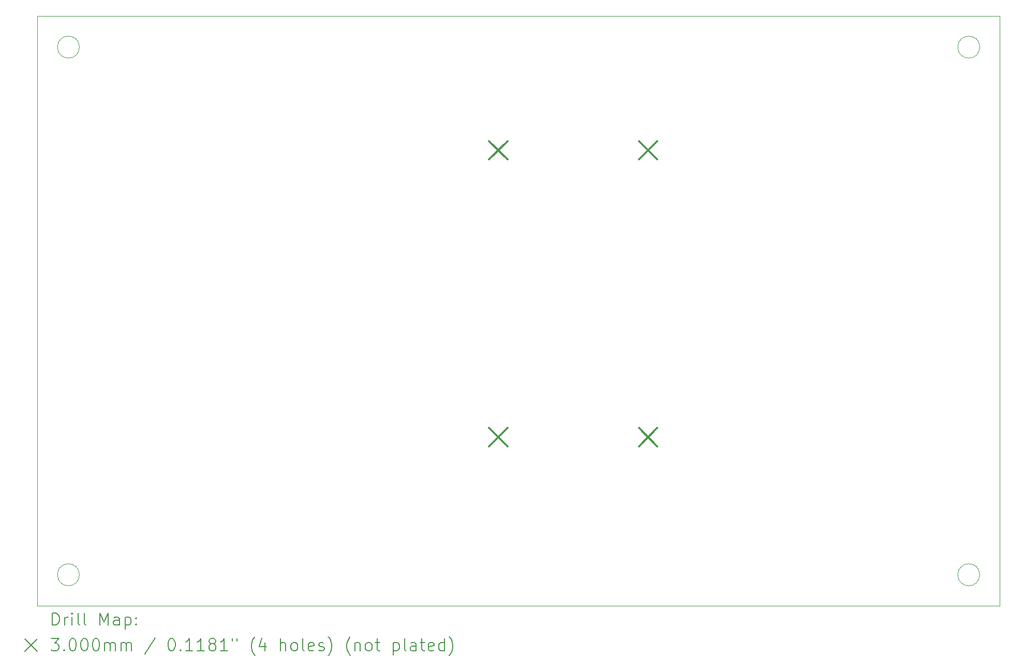
<source format=gbr>
%TF.GenerationSoftware,KiCad,Pcbnew,7.0.1-3b83917a11~171~ubuntu20.04.1*%
%TF.CreationDate,2023-03-12T14:12:25+01:00*%
%TF.ProjectId,fluidnc-bob,666c7569-646e-4632-9d62-6f622e6b6963,rev?*%
%TF.SameCoordinates,Original*%
%TF.FileFunction,Drillmap*%
%TF.FilePolarity,Positive*%
%FSLAX45Y45*%
G04 Gerber Fmt 4.5, Leading zero omitted, Abs format (unit mm)*
G04 Created by KiCad (PCBNEW 7.0.1-3b83917a11~171~ubuntu20.04.1) date 2023-03-12 14:12:25*
%MOMM*%
%LPD*%
G01*
G04 APERTURE LIST*
%ADD10C,0.050000*%
%ADD11C,0.200000*%
%ADD12C,0.300000*%
G04 APERTURE END LIST*
D10*
X6783605Y-12573000D02*
G75*
G03*
X6783605Y-12573000I-179605J0D01*
G01*
X6783605Y-3937000D02*
G75*
G03*
X6783605Y-3937000I-179605J0D01*
G01*
X21515605Y-12573000D02*
G75*
G03*
X21515605Y-12573000I-179605J0D01*
G01*
X21515605Y-3937000D02*
G75*
G03*
X21515605Y-3937000I-179605J0D01*
G01*
X6096000Y-13081000D02*
X6096000Y-3429000D01*
X21844000Y-13081000D02*
X6096000Y-13081000D01*
X21844000Y-3429000D02*
X21844000Y-13081000D01*
X6096000Y-3429000D02*
X21844000Y-3429000D01*
D11*
D12*
X13486000Y-5476000D02*
X13786000Y-5776000D01*
X13786000Y-5476000D02*
X13486000Y-5776000D01*
X13486000Y-10171000D02*
X13786000Y-10471000D01*
X13786000Y-10171000D02*
X13486000Y-10471000D01*
X15937000Y-5476000D02*
X16237000Y-5776000D01*
X16237000Y-5476000D02*
X15937000Y-5776000D01*
X15937000Y-10171000D02*
X16237000Y-10471000D01*
X16237000Y-10171000D02*
X15937000Y-10471000D01*
D11*
X6341119Y-13396024D02*
X6341119Y-13196024D01*
X6341119Y-13196024D02*
X6388738Y-13196024D01*
X6388738Y-13196024D02*
X6417309Y-13205548D01*
X6417309Y-13205548D02*
X6436357Y-13224595D01*
X6436357Y-13224595D02*
X6445881Y-13243643D01*
X6445881Y-13243643D02*
X6455405Y-13281738D01*
X6455405Y-13281738D02*
X6455405Y-13310309D01*
X6455405Y-13310309D02*
X6445881Y-13348405D01*
X6445881Y-13348405D02*
X6436357Y-13367452D01*
X6436357Y-13367452D02*
X6417309Y-13386500D01*
X6417309Y-13386500D02*
X6388738Y-13396024D01*
X6388738Y-13396024D02*
X6341119Y-13396024D01*
X6541119Y-13396024D02*
X6541119Y-13262690D01*
X6541119Y-13300786D02*
X6550643Y-13281738D01*
X6550643Y-13281738D02*
X6560167Y-13272214D01*
X6560167Y-13272214D02*
X6579214Y-13262690D01*
X6579214Y-13262690D02*
X6598262Y-13262690D01*
X6664928Y-13396024D02*
X6664928Y-13262690D01*
X6664928Y-13196024D02*
X6655405Y-13205548D01*
X6655405Y-13205548D02*
X6664928Y-13215071D01*
X6664928Y-13215071D02*
X6674452Y-13205548D01*
X6674452Y-13205548D02*
X6664928Y-13196024D01*
X6664928Y-13196024D02*
X6664928Y-13215071D01*
X6788738Y-13396024D02*
X6769690Y-13386500D01*
X6769690Y-13386500D02*
X6760167Y-13367452D01*
X6760167Y-13367452D02*
X6760167Y-13196024D01*
X6893500Y-13396024D02*
X6874452Y-13386500D01*
X6874452Y-13386500D02*
X6864928Y-13367452D01*
X6864928Y-13367452D02*
X6864928Y-13196024D01*
X7122071Y-13396024D02*
X7122071Y-13196024D01*
X7122071Y-13196024D02*
X7188738Y-13338881D01*
X7188738Y-13338881D02*
X7255405Y-13196024D01*
X7255405Y-13196024D02*
X7255405Y-13396024D01*
X7436357Y-13396024D02*
X7436357Y-13291262D01*
X7436357Y-13291262D02*
X7426833Y-13272214D01*
X7426833Y-13272214D02*
X7407786Y-13262690D01*
X7407786Y-13262690D02*
X7369690Y-13262690D01*
X7369690Y-13262690D02*
X7350643Y-13272214D01*
X7436357Y-13386500D02*
X7417309Y-13396024D01*
X7417309Y-13396024D02*
X7369690Y-13396024D01*
X7369690Y-13396024D02*
X7350643Y-13386500D01*
X7350643Y-13386500D02*
X7341119Y-13367452D01*
X7341119Y-13367452D02*
X7341119Y-13348405D01*
X7341119Y-13348405D02*
X7350643Y-13329357D01*
X7350643Y-13329357D02*
X7369690Y-13319833D01*
X7369690Y-13319833D02*
X7417309Y-13319833D01*
X7417309Y-13319833D02*
X7436357Y-13310309D01*
X7531595Y-13262690D02*
X7531595Y-13462690D01*
X7531595Y-13272214D02*
X7550643Y-13262690D01*
X7550643Y-13262690D02*
X7588738Y-13262690D01*
X7588738Y-13262690D02*
X7607786Y-13272214D01*
X7607786Y-13272214D02*
X7617309Y-13281738D01*
X7617309Y-13281738D02*
X7626833Y-13300786D01*
X7626833Y-13300786D02*
X7626833Y-13357928D01*
X7626833Y-13357928D02*
X7617309Y-13376976D01*
X7617309Y-13376976D02*
X7607786Y-13386500D01*
X7607786Y-13386500D02*
X7588738Y-13396024D01*
X7588738Y-13396024D02*
X7550643Y-13396024D01*
X7550643Y-13396024D02*
X7531595Y-13386500D01*
X7712548Y-13376976D02*
X7722071Y-13386500D01*
X7722071Y-13386500D02*
X7712548Y-13396024D01*
X7712548Y-13396024D02*
X7703024Y-13386500D01*
X7703024Y-13386500D02*
X7712548Y-13376976D01*
X7712548Y-13376976D02*
X7712548Y-13396024D01*
X7712548Y-13272214D02*
X7722071Y-13281738D01*
X7722071Y-13281738D02*
X7712548Y-13291262D01*
X7712548Y-13291262D02*
X7703024Y-13281738D01*
X7703024Y-13281738D02*
X7712548Y-13272214D01*
X7712548Y-13272214D02*
X7712548Y-13291262D01*
X5893500Y-13623500D02*
X6093500Y-13823500D01*
X6093500Y-13623500D02*
X5893500Y-13823500D01*
X6322071Y-13616024D02*
X6445881Y-13616024D01*
X6445881Y-13616024D02*
X6379214Y-13692214D01*
X6379214Y-13692214D02*
X6407786Y-13692214D01*
X6407786Y-13692214D02*
X6426833Y-13701738D01*
X6426833Y-13701738D02*
X6436357Y-13711262D01*
X6436357Y-13711262D02*
X6445881Y-13730309D01*
X6445881Y-13730309D02*
X6445881Y-13777928D01*
X6445881Y-13777928D02*
X6436357Y-13796976D01*
X6436357Y-13796976D02*
X6426833Y-13806500D01*
X6426833Y-13806500D02*
X6407786Y-13816024D01*
X6407786Y-13816024D02*
X6350643Y-13816024D01*
X6350643Y-13816024D02*
X6331595Y-13806500D01*
X6331595Y-13806500D02*
X6322071Y-13796976D01*
X6531595Y-13796976D02*
X6541119Y-13806500D01*
X6541119Y-13806500D02*
X6531595Y-13816024D01*
X6531595Y-13816024D02*
X6522071Y-13806500D01*
X6522071Y-13806500D02*
X6531595Y-13796976D01*
X6531595Y-13796976D02*
X6531595Y-13816024D01*
X6664928Y-13616024D02*
X6683976Y-13616024D01*
X6683976Y-13616024D02*
X6703024Y-13625548D01*
X6703024Y-13625548D02*
X6712548Y-13635071D01*
X6712548Y-13635071D02*
X6722071Y-13654119D01*
X6722071Y-13654119D02*
X6731595Y-13692214D01*
X6731595Y-13692214D02*
X6731595Y-13739833D01*
X6731595Y-13739833D02*
X6722071Y-13777928D01*
X6722071Y-13777928D02*
X6712548Y-13796976D01*
X6712548Y-13796976D02*
X6703024Y-13806500D01*
X6703024Y-13806500D02*
X6683976Y-13816024D01*
X6683976Y-13816024D02*
X6664928Y-13816024D01*
X6664928Y-13816024D02*
X6645881Y-13806500D01*
X6645881Y-13806500D02*
X6636357Y-13796976D01*
X6636357Y-13796976D02*
X6626833Y-13777928D01*
X6626833Y-13777928D02*
X6617309Y-13739833D01*
X6617309Y-13739833D02*
X6617309Y-13692214D01*
X6617309Y-13692214D02*
X6626833Y-13654119D01*
X6626833Y-13654119D02*
X6636357Y-13635071D01*
X6636357Y-13635071D02*
X6645881Y-13625548D01*
X6645881Y-13625548D02*
X6664928Y-13616024D01*
X6855405Y-13616024D02*
X6874452Y-13616024D01*
X6874452Y-13616024D02*
X6893500Y-13625548D01*
X6893500Y-13625548D02*
X6903024Y-13635071D01*
X6903024Y-13635071D02*
X6912548Y-13654119D01*
X6912548Y-13654119D02*
X6922071Y-13692214D01*
X6922071Y-13692214D02*
X6922071Y-13739833D01*
X6922071Y-13739833D02*
X6912548Y-13777928D01*
X6912548Y-13777928D02*
X6903024Y-13796976D01*
X6903024Y-13796976D02*
X6893500Y-13806500D01*
X6893500Y-13806500D02*
X6874452Y-13816024D01*
X6874452Y-13816024D02*
X6855405Y-13816024D01*
X6855405Y-13816024D02*
X6836357Y-13806500D01*
X6836357Y-13806500D02*
X6826833Y-13796976D01*
X6826833Y-13796976D02*
X6817309Y-13777928D01*
X6817309Y-13777928D02*
X6807786Y-13739833D01*
X6807786Y-13739833D02*
X6807786Y-13692214D01*
X6807786Y-13692214D02*
X6817309Y-13654119D01*
X6817309Y-13654119D02*
X6826833Y-13635071D01*
X6826833Y-13635071D02*
X6836357Y-13625548D01*
X6836357Y-13625548D02*
X6855405Y-13616024D01*
X7045881Y-13616024D02*
X7064929Y-13616024D01*
X7064929Y-13616024D02*
X7083976Y-13625548D01*
X7083976Y-13625548D02*
X7093500Y-13635071D01*
X7093500Y-13635071D02*
X7103024Y-13654119D01*
X7103024Y-13654119D02*
X7112548Y-13692214D01*
X7112548Y-13692214D02*
X7112548Y-13739833D01*
X7112548Y-13739833D02*
X7103024Y-13777928D01*
X7103024Y-13777928D02*
X7093500Y-13796976D01*
X7093500Y-13796976D02*
X7083976Y-13806500D01*
X7083976Y-13806500D02*
X7064929Y-13816024D01*
X7064929Y-13816024D02*
X7045881Y-13816024D01*
X7045881Y-13816024D02*
X7026833Y-13806500D01*
X7026833Y-13806500D02*
X7017309Y-13796976D01*
X7017309Y-13796976D02*
X7007786Y-13777928D01*
X7007786Y-13777928D02*
X6998262Y-13739833D01*
X6998262Y-13739833D02*
X6998262Y-13692214D01*
X6998262Y-13692214D02*
X7007786Y-13654119D01*
X7007786Y-13654119D02*
X7017309Y-13635071D01*
X7017309Y-13635071D02*
X7026833Y-13625548D01*
X7026833Y-13625548D02*
X7045881Y-13616024D01*
X7198262Y-13816024D02*
X7198262Y-13682690D01*
X7198262Y-13701738D02*
X7207786Y-13692214D01*
X7207786Y-13692214D02*
X7226833Y-13682690D01*
X7226833Y-13682690D02*
X7255405Y-13682690D01*
X7255405Y-13682690D02*
X7274452Y-13692214D01*
X7274452Y-13692214D02*
X7283976Y-13711262D01*
X7283976Y-13711262D02*
X7283976Y-13816024D01*
X7283976Y-13711262D02*
X7293500Y-13692214D01*
X7293500Y-13692214D02*
X7312548Y-13682690D01*
X7312548Y-13682690D02*
X7341119Y-13682690D01*
X7341119Y-13682690D02*
X7360167Y-13692214D01*
X7360167Y-13692214D02*
X7369690Y-13711262D01*
X7369690Y-13711262D02*
X7369690Y-13816024D01*
X7464929Y-13816024D02*
X7464929Y-13682690D01*
X7464929Y-13701738D02*
X7474452Y-13692214D01*
X7474452Y-13692214D02*
X7493500Y-13682690D01*
X7493500Y-13682690D02*
X7522071Y-13682690D01*
X7522071Y-13682690D02*
X7541119Y-13692214D01*
X7541119Y-13692214D02*
X7550643Y-13711262D01*
X7550643Y-13711262D02*
X7550643Y-13816024D01*
X7550643Y-13711262D02*
X7560167Y-13692214D01*
X7560167Y-13692214D02*
X7579214Y-13682690D01*
X7579214Y-13682690D02*
X7607786Y-13682690D01*
X7607786Y-13682690D02*
X7626833Y-13692214D01*
X7626833Y-13692214D02*
X7636357Y-13711262D01*
X7636357Y-13711262D02*
X7636357Y-13816024D01*
X8026833Y-13606500D02*
X7855405Y-13863643D01*
X8283976Y-13616024D02*
X8303024Y-13616024D01*
X8303024Y-13616024D02*
X8322072Y-13625548D01*
X8322072Y-13625548D02*
X8331595Y-13635071D01*
X8331595Y-13635071D02*
X8341119Y-13654119D01*
X8341119Y-13654119D02*
X8350643Y-13692214D01*
X8350643Y-13692214D02*
X8350643Y-13739833D01*
X8350643Y-13739833D02*
X8341119Y-13777928D01*
X8341119Y-13777928D02*
X8331595Y-13796976D01*
X8331595Y-13796976D02*
X8322072Y-13806500D01*
X8322072Y-13806500D02*
X8303024Y-13816024D01*
X8303024Y-13816024D02*
X8283976Y-13816024D01*
X8283976Y-13816024D02*
X8264929Y-13806500D01*
X8264929Y-13806500D02*
X8255405Y-13796976D01*
X8255405Y-13796976D02*
X8245881Y-13777928D01*
X8245881Y-13777928D02*
X8236357Y-13739833D01*
X8236357Y-13739833D02*
X8236357Y-13692214D01*
X8236357Y-13692214D02*
X8245881Y-13654119D01*
X8245881Y-13654119D02*
X8255405Y-13635071D01*
X8255405Y-13635071D02*
X8264929Y-13625548D01*
X8264929Y-13625548D02*
X8283976Y-13616024D01*
X8436357Y-13796976D02*
X8445881Y-13806500D01*
X8445881Y-13806500D02*
X8436357Y-13816024D01*
X8436357Y-13816024D02*
X8426834Y-13806500D01*
X8426834Y-13806500D02*
X8436357Y-13796976D01*
X8436357Y-13796976D02*
X8436357Y-13816024D01*
X8636357Y-13816024D02*
X8522072Y-13816024D01*
X8579214Y-13816024D02*
X8579214Y-13616024D01*
X8579214Y-13616024D02*
X8560167Y-13644595D01*
X8560167Y-13644595D02*
X8541119Y-13663643D01*
X8541119Y-13663643D02*
X8522072Y-13673167D01*
X8826834Y-13816024D02*
X8712548Y-13816024D01*
X8769691Y-13816024D02*
X8769691Y-13616024D01*
X8769691Y-13616024D02*
X8750643Y-13644595D01*
X8750643Y-13644595D02*
X8731595Y-13663643D01*
X8731595Y-13663643D02*
X8712548Y-13673167D01*
X8941119Y-13701738D02*
X8922072Y-13692214D01*
X8922072Y-13692214D02*
X8912548Y-13682690D01*
X8912548Y-13682690D02*
X8903024Y-13663643D01*
X8903024Y-13663643D02*
X8903024Y-13654119D01*
X8903024Y-13654119D02*
X8912548Y-13635071D01*
X8912548Y-13635071D02*
X8922072Y-13625548D01*
X8922072Y-13625548D02*
X8941119Y-13616024D01*
X8941119Y-13616024D02*
X8979215Y-13616024D01*
X8979215Y-13616024D02*
X8998262Y-13625548D01*
X8998262Y-13625548D02*
X9007786Y-13635071D01*
X9007786Y-13635071D02*
X9017310Y-13654119D01*
X9017310Y-13654119D02*
X9017310Y-13663643D01*
X9017310Y-13663643D02*
X9007786Y-13682690D01*
X9007786Y-13682690D02*
X8998262Y-13692214D01*
X8998262Y-13692214D02*
X8979215Y-13701738D01*
X8979215Y-13701738D02*
X8941119Y-13701738D01*
X8941119Y-13701738D02*
X8922072Y-13711262D01*
X8922072Y-13711262D02*
X8912548Y-13720786D01*
X8912548Y-13720786D02*
X8903024Y-13739833D01*
X8903024Y-13739833D02*
X8903024Y-13777928D01*
X8903024Y-13777928D02*
X8912548Y-13796976D01*
X8912548Y-13796976D02*
X8922072Y-13806500D01*
X8922072Y-13806500D02*
X8941119Y-13816024D01*
X8941119Y-13816024D02*
X8979215Y-13816024D01*
X8979215Y-13816024D02*
X8998262Y-13806500D01*
X8998262Y-13806500D02*
X9007786Y-13796976D01*
X9007786Y-13796976D02*
X9017310Y-13777928D01*
X9017310Y-13777928D02*
X9017310Y-13739833D01*
X9017310Y-13739833D02*
X9007786Y-13720786D01*
X9007786Y-13720786D02*
X8998262Y-13711262D01*
X8998262Y-13711262D02*
X8979215Y-13701738D01*
X9207786Y-13816024D02*
X9093500Y-13816024D01*
X9150643Y-13816024D02*
X9150643Y-13616024D01*
X9150643Y-13616024D02*
X9131595Y-13644595D01*
X9131595Y-13644595D02*
X9112548Y-13663643D01*
X9112548Y-13663643D02*
X9093500Y-13673167D01*
X9283976Y-13616024D02*
X9283976Y-13654119D01*
X9360167Y-13616024D02*
X9360167Y-13654119D01*
X9655405Y-13892214D02*
X9645881Y-13882690D01*
X9645881Y-13882690D02*
X9626834Y-13854119D01*
X9626834Y-13854119D02*
X9617310Y-13835071D01*
X9617310Y-13835071D02*
X9607786Y-13806500D01*
X9607786Y-13806500D02*
X9598262Y-13758881D01*
X9598262Y-13758881D02*
X9598262Y-13720786D01*
X9598262Y-13720786D02*
X9607786Y-13673167D01*
X9607786Y-13673167D02*
X9617310Y-13644595D01*
X9617310Y-13644595D02*
X9626834Y-13625548D01*
X9626834Y-13625548D02*
X9645881Y-13596976D01*
X9645881Y-13596976D02*
X9655405Y-13587452D01*
X9817310Y-13682690D02*
X9817310Y-13816024D01*
X9769691Y-13606500D02*
X9722072Y-13749357D01*
X9722072Y-13749357D02*
X9845881Y-13749357D01*
X10074453Y-13816024D02*
X10074453Y-13616024D01*
X10160167Y-13816024D02*
X10160167Y-13711262D01*
X10160167Y-13711262D02*
X10150643Y-13692214D01*
X10150643Y-13692214D02*
X10131596Y-13682690D01*
X10131596Y-13682690D02*
X10103024Y-13682690D01*
X10103024Y-13682690D02*
X10083977Y-13692214D01*
X10083977Y-13692214D02*
X10074453Y-13701738D01*
X10283977Y-13816024D02*
X10264929Y-13806500D01*
X10264929Y-13806500D02*
X10255405Y-13796976D01*
X10255405Y-13796976D02*
X10245881Y-13777928D01*
X10245881Y-13777928D02*
X10245881Y-13720786D01*
X10245881Y-13720786D02*
X10255405Y-13701738D01*
X10255405Y-13701738D02*
X10264929Y-13692214D01*
X10264929Y-13692214D02*
X10283977Y-13682690D01*
X10283977Y-13682690D02*
X10312548Y-13682690D01*
X10312548Y-13682690D02*
X10331596Y-13692214D01*
X10331596Y-13692214D02*
X10341119Y-13701738D01*
X10341119Y-13701738D02*
X10350643Y-13720786D01*
X10350643Y-13720786D02*
X10350643Y-13777928D01*
X10350643Y-13777928D02*
X10341119Y-13796976D01*
X10341119Y-13796976D02*
X10331596Y-13806500D01*
X10331596Y-13806500D02*
X10312548Y-13816024D01*
X10312548Y-13816024D02*
X10283977Y-13816024D01*
X10464929Y-13816024D02*
X10445881Y-13806500D01*
X10445881Y-13806500D02*
X10436358Y-13787452D01*
X10436358Y-13787452D02*
X10436358Y-13616024D01*
X10617310Y-13806500D02*
X10598262Y-13816024D01*
X10598262Y-13816024D02*
X10560167Y-13816024D01*
X10560167Y-13816024D02*
X10541119Y-13806500D01*
X10541119Y-13806500D02*
X10531596Y-13787452D01*
X10531596Y-13787452D02*
X10531596Y-13711262D01*
X10531596Y-13711262D02*
X10541119Y-13692214D01*
X10541119Y-13692214D02*
X10560167Y-13682690D01*
X10560167Y-13682690D02*
X10598262Y-13682690D01*
X10598262Y-13682690D02*
X10617310Y-13692214D01*
X10617310Y-13692214D02*
X10626834Y-13711262D01*
X10626834Y-13711262D02*
X10626834Y-13730309D01*
X10626834Y-13730309D02*
X10531596Y-13749357D01*
X10703024Y-13806500D02*
X10722072Y-13816024D01*
X10722072Y-13816024D02*
X10760167Y-13816024D01*
X10760167Y-13816024D02*
X10779215Y-13806500D01*
X10779215Y-13806500D02*
X10788739Y-13787452D01*
X10788739Y-13787452D02*
X10788739Y-13777928D01*
X10788739Y-13777928D02*
X10779215Y-13758881D01*
X10779215Y-13758881D02*
X10760167Y-13749357D01*
X10760167Y-13749357D02*
X10731596Y-13749357D01*
X10731596Y-13749357D02*
X10712548Y-13739833D01*
X10712548Y-13739833D02*
X10703024Y-13720786D01*
X10703024Y-13720786D02*
X10703024Y-13711262D01*
X10703024Y-13711262D02*
X10712548Y-13692214D01*
X10712548Y-13692214D02*
X10731596Y-13682690D01*
X10731596Y-13682690D02*
X10760167Y-13682690D01*
X10760167Y-13682690D02*
X10779215Y-13692214D01*
X10855405Y-13892214D02*
X10864929Y-13882690D01*
X10864929Y-13882690D02*
X10883977Y-13854119D01*
X10883977Y-13854119D02*
X10893500Y-13835071D01*
X10893500Y-13835071D02*
X10903024Y-13806500D01*
X10903024Y-13806500D02*
X10912548Y-13758881D01*
X10912548Y-13758881D02*
X10912548Y-13720786D01*
X10912548Y-13720786D02*
X10903024Y-13673167D01*
X10903024Y-13673167D02*
X10893500Y-13644595D01*
X10893500Y-13644595D02*
X10883977Y-13625548D01*
X10883977Y-13625548D02*
X10864929Y-13596976D01*
X10864929Y-13596976D02*
X10855405Y-13587452D01*
X11217310Y-13892214D02*
X11207786Y-13882690D01*
X11207786Y-13882690D02*
X11188738Y-13854119D01*
X11188738Y-13854119D02*
X11179215Y-13835071D01*
X11179215Y-13835071D02*
X11169691Y-13806500D01*
X11169691Y-13806500D02*
X11160167Y-13758881D01*
X11160167Y-13758881D02*
X11160167Y-13720786D01*
X11160167Y-13720786D02*
X11169691Y-13673167D01*
X11169691Y-13673167D02*
X11179215Y-13644595D01*
X11179215Y-13644595D02*
X11188738Y-13625548D01*
X11188738Y-13625548D02*
X11207786Y-13596976D01*
X11207786Y-13596976D02*
X11217310Y-13587452D01*
X11293500Y-13682690D02*
X11293500Y-13816024D01*
X11293500Y-13701738D02*
X11303024Y-13692214D01*
X11303024Y-13692214D02*
X11322072Y-13682690D01*
X11322072Y-13682690D02*
X11350643Y-13682690D01*
X11350643Y-13682690D02*
X11369691Y-13692214D01*
X11369691Y-13692214D02*
X11379215Y-13711262D01*
X11379215Y-13711262D02*
X11379215Y-13816024D01*
X11503024Y-13816024D02*
X11483977Y-13806500D01*
X11483977Y-13806500D02*
X11474453Y-13796976D01*
X11474453Y-13796976D02*
X11464929Y-13777928D01*
X11464929Y-13777928D02*
X11464929Y-13720786D01*
X11464929Y-13720786D02*
X11474453Y-13701738D01*
X11474453Y-13701738D02*
X11483977Y-13692214D01*
X11483977Y-13692214D02*
X11503024Y-13682690D01*
X11503024Y-13682690D02*
X11531596Y-13682690D01*
X11531596Y-13682690D02*
X11550643Y-13692214D01*
X11550643Y-13692214D02*
X11560167Y-13701738D01*
X11560167Y-13701738D02*
X11569691Y-13720786D01*
X11569691Y-13720786D02*
X11569691Y-13777928D01*
X11569691Y-13777928D02*
X11560167Y-13796976D01*
X11560167Y-13796976D02*
X11550643Y-13806500D01*
X11550643Y-13806500D02*
X11531596Y-13816024D01*
X11531596Y-13816024D02*
X11503024Y-13816024D01*
X11626834Y-13682690D02*
X11703024Y-13682690D01*
X11655405Y-13616024D02*
X11655405Y-13787452D01*
X11655405Y-13787452D02*
X11664929Y-13806500D01*
X11664929Y-13806500D02*
X11683977Y-13816024D01*
X11683977Y-13816024D02*
X11703024Y-13816024D01*
X11922072Y-13682690D02*
X11922072Y-13882690D01*
X11922072Y-13692214D02*
X11941119Y-13682690D01*
X11941119Y-13682690D02*
X11979215Y-13682690D01*
X11979215Y-13682690D02*
X11998262Y-13692214D01*
X11998262Y-13692214D02*
X12007786Y-13701738D01*
X12007786Y-13701738D02*
X12017310Y-13720786D01*
X12017310Y-13720786D02*
X12017310Y-13777928D01*
X12017310Y-13777928D02*
X12007786Y-13796976D01*
X12007786Y-13796976D02*
X11998262Y-13806500D01*
X11998262Y-13806500D02*
X11979215Y-13816024D01*
X11979215Y-13816024D02*
X11941119Y-13816024D01*
X11941119Y-13816024D02*
X11922072Y-13806500D01*
X12131596Y-13816024D02*
X12112548Y-13806500D01*
X12112548Y-13806500D02*
X12103024Y-13787452D01*
X12103024Y-13787452D02*
X12103024Y-13616024D01*
X12293500Y-13816024D02*
X12293500Y-13711262D01*
X12293500Y-13711262D02*
X12283977Y-13692214D01*
X12283977Y-13692214D02*
X12264929Y-13682690D01*
X12264929Y-13682690D02*
X12226834Y-13682690D01*
X12226834Y-13682690D02*
X12207786Y-13692214D01*
X12293500Y-13806500D02*
X12274453Y-13816024D01*
X12274453Y-13816024D02*
X12226834Y-13816024D01*
X12226834Y-13816024D02*
X12207786Y-13806500D01*
X12207786Y-13806500D02*
X12198262Y-13787452D01*
X12198262Y-13787452D02*
X12198262Y-13768405D01*
X12198262Y-13768405D02*
X12207786Y-13749357D01*
X12207786Y-13749357D02*
X12226834Y-13739833D01*
X12226834Y-13739833D02*
X12274453Y-13739833D01*
X12274453Y-13739833D02*
X12293500Y-13730309D01*
X12360167Y-13682690D02*
X12436358Y-13682690D01*
X12388739Y-13616024D02*
X12388739Y-13787452D01*
X12388739Y-13787452D02*
X12398262Y-13806500D01*
X12398262Y-13806500D02*
X12417310Y-13816024D01*
X12417310Y-13816024D02*
X12436358Y-13816024D01*
X12579215Y-13806500D02*
X12560167Y-13816024D01*
X12560167Y-13816024D02*
X12522072Y-13816024D01*
X12522072Y-13816024D02*
X12503024Y-13806500D01*
X12503024Y-13806500D02*
X12493500Y-13787452D01*
X12493500Y-13787452D02*
X12493500Y-13711262D01*
X12493500Y-13711262D02*
X12503024Y-13692214D01*
X12503024Y-13692214D02*
X12522072Y-13682690D01*
X12522072Y-13682690D02*
X12560167Y-13682690D01*
X12560167Y-13682690D02*
X12579215Y-13692214D01*
X12579215Y-13692214D02*
X12588739Y-13711262D01*
X12588739Y-13711262D02*
X12588739Y-13730309D01*
X12588739Y-13730309D02*
X12493500Y-13749357D01*
X12760167Y-13816024D02*
X12760167Y-13616024D01*
X12760167Y-13806500D02*
X12741120Y-13816024D01*
X12741120Y-13816024D02*
X12703024Y-13816024D01*
X12703024Y-13816024D02*
X12683977Y-13806500D01*
X12683977Y-13806500D02*
X12674453Y-13796976D01*
X12674453Y-13796976D02*
X12664929Y-13777928D01*
X12664929Y-13777928D02*
X12664929Y-13720786D01*
X12664929Y-13720786D02*
X12674453Y-13701738D01*
X12674453Y-13701738D02*
X12683977Y-13692214D01*
X12683977Y-13692214D02*
X12703024Y-13682690D01*
X12703024Y-13682690D02*
X12741120Y-13682690D01*
X12741120Y-13682690D02*
X12760167Y-13692214D01*
X12836358Y-13892214D02*
X12845881Y-13882690D01*
X12845881Y-13882690D02*
X12864929Y-13854119D01*
X12864929Y-13854119D02*
X12874453Y-13835071D01*
X12874453Y-13835071D02*
X12883977Y-13806500D01*
X12883977Y-13806500D02*
X12893500Y-13758881D01*
X12893500Y-13758881D02*
X12893500Y-13720786D01*
X12893500Y-13720786D02*
X12883977Y-13673167D01*
X12883977Y-13673167D02*
X12874453Y-13644595D01*
X12874453Y-13644595D02*
X12864929Y-13625548D01*
X12864929Y-13625548D02*
X12845881Y-13596976D01*
X12845881Y-13596976D02*
X12836358Y-13587452D01*
M02*

</source>
